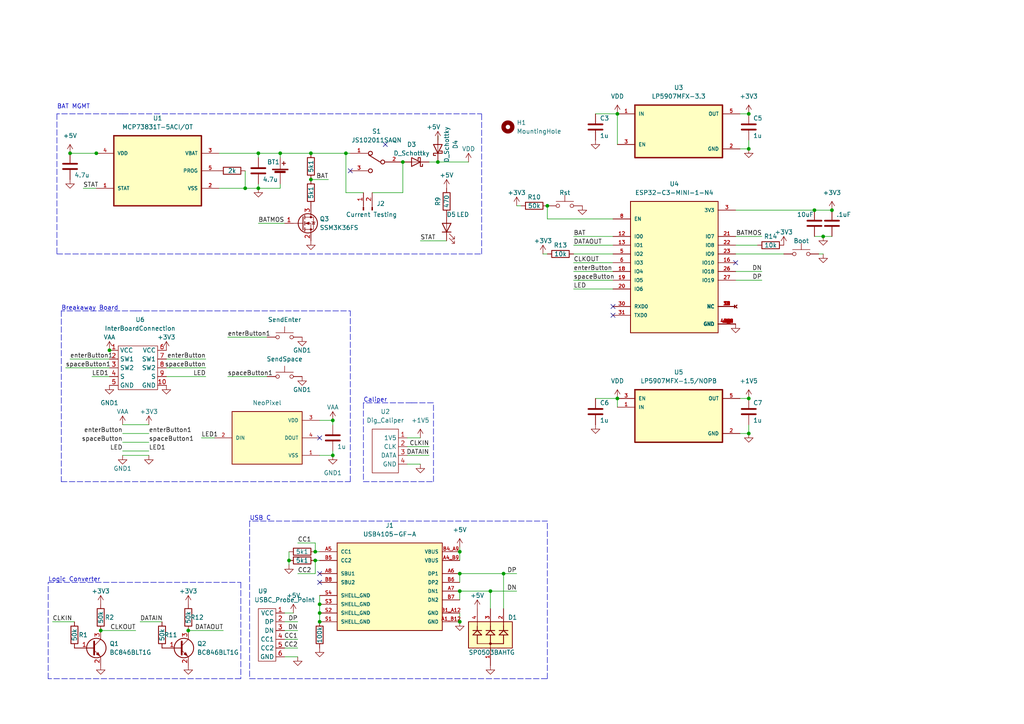
<source format=kicad_sch>
(kicad_sch (version 20211123) (generator eeschema)
  (paper "A4")
  (lib_symbols
    (symbol "1V5Reg:LP5907MFX-1.5{slash}NOPB" (pin_names (offset 1.016))
      (property "Reference" "U" (at -12.7 8.62 0))
      (property "Value" "LP5907MFX-1.5{slash}NOPB" (at -12.7 -11.62 0))
      (symbol "LP5907MFX-1.5{slash}NOPB_0_0"
        (pin input line (at -17.78 2.54 0) (length 5.08) (name "IN") (number "1"))
        (pin power_in line (at 17.78 -5.08 180) (length 5.08) (name "GND") (number "2"))
        (pin input line (at -17.78 5.08 0) (length 5.08) (name "EN") (number "3"))
        (pin output line (at 17.78 5.08 180) (length 5.08) (name "OUT") (number "5"))
      )
    )
    (symbol "3V3Reg:LP5907MFX-3.3" (pin_names (offset 1.016))
      (property "Reference" "U" (at -12.7 8.62 0))
      (property "Value" "LP5907MFX-3.3" (at -7.62 -10.16 0))
      (symbol "LP5907MFX-3.3_0_0"
        (pin input line (at -17.78 5.08 0) (length 5.08) (name "IN") (number "1"))
        (pin power_in line (at 17.78 -5.08 180) (length 5.08) (name "GND") (number "2"))
        (pin input line (at -17.78 -3.81 0) (length 5.08) (name "EN") (number "3"))
        (pin output line (at 17.78 5.08 180) (length 5.08) (name "OUT") (number "5"))
      )
    )
    (symbol "Connector:Conn_01x02_Male" (pin_names (offset 1.016) hide)
      (property "Reference" "J" (at 0 2.54 0))
      (property "Value" "Conn_01x02_Male" (at 0 -5.08 0))
      (symbol "Conn_01x02_Male_1_1"
        (pin passive line (at 5.08 0 180) (length 3.81) (name "Pin_1") (number "1"))
        (pin passive line (at 5.08 -2.54 180) (length 3.81) (name "Pin_2") (number "2"))
      )
    )
    (symbol "Device:Battery_Cell" (pin_numbers hide) (pin_names (offset 0) hide)
      (property "Reference" "BT" (at 2.54 2.54 0))
      (property "Value" "Battery_Cell" (at 2.54 0 0))
      (symbol "Battery_Cell_1_1"
        (pin passive line (at 0 5.08 270) (length 2.54) (name "+") (number "1"))
        (pin passive line (at 0 -2.54 90) (length 2.54) (name "-") (number "2"))
      )
    )
    (symbol "Device:C" (pin_numbers hide) (pin_names (offset 0.254))
      (property "Reference" "C" (at 0.635 2.54 0))
      (property "Value" "C" (at 0.635 -2.54 0))
      (symbol "C_1_1"
        (pin passive line (at 0 3.81 270) (length 2.794) (name "~") (number "1"))
        (pin passive line (at 0 -3.81 90) (length 2.794) (name "~") (number "2"))
      )
    )
    (symbol "Device:D_Schottky" (pin_numbers hide) (pin_names (offset 1.016) hide)
      (property "Reference" "D" (at 0 2.54 0))
      (property "Value" "D_Schottky" (at 0 -2.54 0))
      (symbol "D_Schottky_1_1"
        (pin passive line (at -3.81 0 0) (length 2.54) (name "K") (number "1"))
        (pin passive line (at 3.81 0 180) (length 2.54) (name "A") (number "2"))
      )
    )
    (symbol "Device:LED" (pin_numbers hide) (pin_names (offset 1.016) hide)
      (property "Reference" "D5" (at 3.81 0 90))
      (property "Value" "LED" (at 3.81 -2.8574 90))
      (symbol "LED_1_1"
        (pin passive line (at -3.81 0 0) (length 2.54) (name "K") (number "1"))
        (pin passive line (at 3.81 0 180) (length 2.54) (name "A") (number "2"))
      )
    )
    (symbol "Device:R" (pin_numbers hide) (pin_names (offset 0))
      (property "Reference" "R" (at 2.032 0 90))
      (property "Value" "R" (at 0 0 90))
      (symbol "R_1_1"
        (pin passive line (at 0 3.81 270) (length 1.27) (name "~") (number "1"))
        (pin passive line (at 0 -3.81 90) (length 1.27) (name "~") (number "2"))
      )
    )
    (symbol "ESD Prot:SP0503BAHTG" (pin_names (offset 1.016))
      (property "Reference" "D" (at -5.4057 5.6059 0))
      (property "Value" "SP0503BAHTG" (at -3.81 -11.43 0))
      (symbol "SP0503BAHTG_0_0"
        (pin passive line (at -6.35 -2.54 0) (length 5.08) (name "~") (number "1"))
        (pin passive line (at 10.16 -6.35 180) (length 5.08) (name "~") (number "2"))
        (pin passive line (at 10.16 -2.54 180) (length 5.08) (name "~") (number "3"))
        (pin passive line (at 10.16 1.27 180) (length 5.08) (name "~") (number "4"))
      )
    )
    (symbol "Mechanical:MountingHole" (pin_names (offset 1.016))
      (property "Reference" "H" (at 0 5.08 0))
      (property "Value" "MountingHole" (at 0 3.175 0))
    )
    (symbol "New_Library:Dig_Caliper"
      (property "Reference" "U2" (at 3.81 5.08 0))
      (property "Value" "Dig_Caliper" (at 3.81 2.54 0))
      (symbol "Dig_Caliper_1_1"
        (pin input line (at 10.16 -2.54 180) (length 2.54) (name "1V5") (number "1"))
        (pin output line (at 10.16 -5.08 180) (length 2.54) (name "CLK") (number "2"))
        (pin output line (at 10.16 -7.62 180) (length 2.54) (name "DATA") (number "3"))
        (pin input line (at 10.16 -10.16 180) (length 2.54) (name "GND") (number "4"))
      )
    )
    (symbol "New_Library:InterBoardConnection"
      (property "Reference" "U" (at 5.08 5.08 0))
      (property "Value" "InterBoardConnection" (at 5.08 2.54 0))
      (symbol "InterBoardConnection_1_1"
        (pin output line (at -2.54 -1.27 0) (length 2.54) (name "VCC") (number "1"))
        (pin output line (at 13.97 -11.43 180) (length 2.54) (name "GND") (number "10"))
        (pin output line (at -2.54 -3.81 0) (length 2.54) (name "SW1") (number "2"))
        (pin output line (at -2.54 -6.35 0) (length 2.54) (name "SW2") (number "3"))
        (pin output line (at -2.54 -8.89 0) (length 2.54) (name "S") (number "4"))
        (pin output line (at -2.54 -11.43 0) (length 2.54) (name "GND") (number "5"))
        (pin output line (at 13.97 -1.27 180) (length 2.54) (name "VCC") (number "6"))
        (pin output line (at 13.97 -3.81 180) (length 2.54) (name "SW1") (number "7"))
        (pin output line (at 13.97 -6.35 180) (length 2.54) (name "SW2") (number "8"))
        (pin output line (at 13.97 -8.89 180) (length 2.54) (name "S") (number "9"))
      )
    )
    (symbol "New_Library:USBC_Probe_Point"
      (property "Reference" "U" (at 0 0 0))
      (property "Value" "USBC_Probe_Point" (at 0 2.54 0))
      (symbol "USBC_Probe_Point_1_1"
        (pin input line (at 7.62 -1.27 180) (length 2.54) (name "VCC") (number "1"))
        (pin input line (at 7.62 -3.81 180) (length 2.54) (name "DP") (number "2"))
        (pin input line (at 7.62 -6.35 180) (length 2.54) (name "DN") (number "3"))
        (pin input line (at 7.62 -8.89 180) (length 2.54) (name "CC1") (number "4"))
        (pin input line (at 7.62 -11.43 180) (length 2.54) (name "CC2") (number "5"))
        (pin input line (at 7.62 -13.97 180) (length 2.54) (name "GND") (number "6"))
      )
    )
    (symbol "Switch:SW_Push" (pin_numbers hide) (pin_names (offset 1.016) hide)
      (property "Reference" "SW" (at 1.27 2.54 0))
      (property "Value" "SW_Push" (at 0 -1.524 0))
      (symbol "SW_Push_0_1"
        (pin passive line (at -5.08 0 0) (length 2.54) (name "1") (number "1"))
        (pin passive line (at 5.08 0 180) (length 2.54) (name "2") (number "2"))
      )
    )
    (symbol "Transistor_BJT:2SC4213" (pin_names (offset 0) hide)
      (property "Reference" "Q" (at 5.08 1.905 0))
      (property "Value" "2SC4213" (at 5.08 0 0))
      (symbol "2SC4213_1_1"
        (pin input line (at -5.08 0 0) (length 5.715) (name "B") (number "1"))
        (pin passive line (at 2.54 -5.08 90) (length 2.54) (name "E") (number "2"))
        (pin passive line (at 2.54 5.08 270) (length 2.54) (name "C") (number "3"))
      )
    )
    (symbol "Transistor_FET:2N7002" (pin_names hide)
      (property "Reference" "Q" (at 5.08 1.905 0))
      (property "Value" "2N7002" (at 5.08 0 0))
      (symbol "2N7002_1_1"
        (pin input line (at -5.08 0 0) (length 2.54) (name "G") (number "1"))
        (pin passive line (at 2.54 -5.08 90) (length 2.54) (name "S") (number "2"))
        (pin passive line (at 2.54 5.08 270) (length 2.54) (name "D") (number "3"))
      )
    )
    (symbol "USB C:USB4105-GF-A" (pin_names (offset 1.016))
      (property "Reference" "J" (at -15.24 13.97 0))
      (property "Value" "USB4105-GF-A" (at -15.24 -15.24 0))
      (symbol "USB4105-GF-A_0_0"
        (pin power_in line (at 20.32 -10.16 180) (length 5.08) (name "GND") (number "A1_B12"))
        (pin power_in line (at 20.32 7.62 180) (length 5.08) (name "VBUS") (number "A4_B9"))
        (pin bidirectional line (at -20.32 10.16 0) (length 5.08) (name "CC1") (number "A5"))
        (pin bidirectional line (at 20.32 3.81 180) (length 5.08) (name "DP1") (number "A6"))
        (pin bidirectional line (at 20.32 -1.27 180) (length 5.08) (name "DN1") (number "A7"))
        (pin bidirectional line (at -20.32 3.81 0) (length 5.08) (name "SBU1") (number "A8"))
        (pin power_in line (at 20.32 -7.62 180) (length 5.08) (name "GND") (number "B1_A12"))
        (pin power_in line (at 20.32 10.16 180) (length 5.08) (name "VBUS") (number "B4_A9"))
        (pin bidirectional line (at -20.32 7.62 0) (length 5.08) (name "CC2") (number "B5"))
        (pin bidirectional line (at 20.32 1.27 180) (length 5.08) (name "DP2") (number "B6"))
        (pin bidirectional line (at 20.32 -3.81 180) (length 5.08) (name "DN2") (number "B7"))
        (pin bidirectional line (at -20.32 1.27 0) (length 5.08) (name "SBU2") (number "B8"))
        (pin power_in line (at -20.32 -10.16 0) (length 5.08) (name "SHELL_GND") (number "S1"))
        (pin power_in line (at -20.32 -7.62 0) (length 5.08) (name "SHELL_GND") (number "S2"))
        (pin power_in line (at -20.32 -5.08 0) (length 5.08) (name "SHELL_GND") (number "S3"))
        (pin power_in line (at -20.32 -2.54 0) (length 5.08) (name "SHELL_GND") (number "S4"))
      )
    )
    (symbol "esp32:ESP32-C3-MINI-1-N4" (pin_names (offset 1.016))
      (property "Reference" "U" (at -12.7 18.796 0))
      (property "Value" "ESP32-C3-MINI-1-N4" (at -12.7 -22.86 0))
      (symbol "ESP32-C3-MINI-1-N4_0_0"
        (pin power_in line (at 17.78 -17.78 180) (length 5.08) (name "GND") (number "1"))
        (pin no_connect line (at 17.78 -12.7 180) (length 5.08) (name "NC") (number "10"))
        (pin power_in line (at 17.78 -17.78 180) (length 5.08) (name "GND") (number "11"))
        (pin bidirectional line (at -17.78 7.62 0) (length 5.08) (name "IO0") (number "12"))
        (pin bidirectional line (at -17.78 5.08 0) (length 5.08) (name "IO1") (number "13"))
        (pin power_in line (at 17.78 -17.78 180) (length 5.08) (name "GND") (number "14"))
        (pin no_connect line (at 17.78 -12.7 180) (length 5.08) (name "NC") (number "15"))
        (pin bidirectional line (at 17.78 0 180) (length 5.08) (name "IO10") (number "16"))
        (pin no_connect line (at 17.78 -12.7 180) (length 5.08) (name "NC") (number "17"))
        (pin bidirectional line (at -17.78 -2.54 0) (length 5.08) (name "IO4") (number "18"))
        (pin bidirectional line (at -17.78 -5.08 0) (length 5.08) (name "IO5") (number "19"))
        (pin power_in line (at 17.78 -17.78 180) (length 5.08) (name "GND") (number "2"))
        (pin bidirectional line (at -17.78 -7.62 0) (length 5.08) (name "IO6") (number "20"))
        (pin bidirectional line (at 17.78 7.62 180) (length 5.08) (name "IO7") (number "21"))
        (pin bidirectional line (at 17.78 5.08 180) (length 5.08) (name "IO8") (number "22"))
        (pin bidirectional line (at 17.78 2.54 180) (length 5.08) (name "IO9") (number "23"))
        (pin no_connect line (at 17.78 -12.7 180) (length 5.08) (name "NC") (number "24"))
        (pin no_connect line (at 17.78 -12.7 180) (length 5.08) (name "NC") (number "25"))
        (pin bidirectional line (at 17.78 -2.54 180) (length 5.08) (name "IO18") (number "26"))
        (pin bidirectional line (at 17.78 -5.08 180) (length 5.08) (name "IO19") (number "27"))
        (pin no_connect line (at 17.78 -12.7 180) (length 5.08) (name "NC") (number "28"))
        (pin no_connect line (at 17.78 -12.7 180) (length 5.08) (name "NC") (number "29"))
        (pin power_in line (at 17.78 15.24 180) (length 5.08) (name "3V3") (number "3"))
        (pin bidirectional line (at -17.78 -12.7 0) (length 5.08) (name "RXD0") (number "30"))
        (pin bidirectional line (at -17.78 -15.24 0) (length 5.08) (name "TXD0") (number "31"))
        (pin no_connect line (at 17.78 -12.7 180) (length 5.08) (name "NC") (number "32"))
        (pin no_connect line (at 17.78 -12.7 180) (length 5.08) (name "NC") (number "33"))
        (pin no_connect line (at 17.78 -12.7 180) (length 5.08) (name "NC") (number "34"))
        (pin no_connect line (at 17.78 -12.7 180) (length 5.08) (name "NC") (number "35"))
        (pin power_in line (at 17.78 -17.78 180) (length 5.08) (name "GND") (number "36"))
        (pin power_in line (at 17.78 -17.78 180) (length 5.08) (name "GND") (number "37"))
        (pin power_in line (at 17.78 -17.78 180) (length 5.08) (name "GND") (number "38"))
        (pin power_in line (at 17.78 -17.78 180) (length 5.08) (name "GND") (number "39"))
        (pin no_connect line (at 17.78 -12.7 180) (length 5.08) (name "NC") (number "4"))
        (pin power_in line (at 17.78 -17.78 180) (length 5.08) (name "GND") (number "40"))
        (pin power_in line (at 17.78 -17.78 180) (length 5.08) (name "GND") (number "41"))
        (pin power_in line (at 17.78 -17.78 180) (length 5.08) (name "GND") (number "42"))
        (pin power_in line (at 17.78 -17.78 180) (length 5.08) (name "GND") (number "43"))
        (pin power_in line (at 17.78 -17.78 180) (length 5.08) (name "GND") (number "44"))
        (pin power_in line (at 17.78 -17.78 180) (length 5.08) (name "GND") (number "45"))
        (pin power_in line (at 17.78 -17.78 180) (length 5.08) (name "GND") (number "46"))
        (pin power_in line (at 17.78 -17.78 180) (length 5.08) (name "GND") (number "47"))
        (pin power_in line (at 17.78 -17.78 180) (length 5.08) (name "GND") (number "48"))
        (pin power_in line (at 17.78 -17.78 180) (length 5.08) (name "GND") (number "49_1"))
        (pin power_in line (at 17.78 -17.78 180) (length 5.08) (name "GND") (number "49_2"))
        (pin power_in line (at 17.78 -17.78 180) (length 5.08) (name "GND") (number "49_3"))
        (pin power_in line (at 17.78 -17.78 180) (length 5.08) (name "GND") (number "49_4"))
        (pin power_in line (at 17.78 -17.78 180) (length 5.08) (name "GND") (number "49_5"))
        (pin power_in line (at 17.78 -17.78 180) (length 5.08) (name "GND") (number "49_6"))
        (pin power_in line (at 17.78 -17.78 180) (length 5.08) (name "GND") (number "49_7"))
        (pin power_in line (at 17.78 -17.78 180) (length 5.08) (name "GND") (number "49_8"))
        (pin power_in line (at 17.78 -17.78 180) (length 5.08) (name "GND") (number "49_9"))
        (pin bidirectional line (at -17.78 2.54 0) (length 5.08) (name "IO2") (number "5"))
        (pin power_in line (at 17.78 -17.78 180) (length 5.08) (name "GND") (number "50"))
        (pin power_in line (at 17.78 -17.78 180) (length 5.08) (name "GND") (number "51"))
        (pin power_in line (at 17.78 -17.78 180) (length 5.08) (name "GND") (number "52"))
        (pin power_in line (at 17.78 -17.78 180) (length 5.08) (name "GND") (number "53"))
        (pin bidirectional line (at -17.78 0 0) (length 5.08) (name "IO3") (number "6"))
        (pin no_connect line (at 17.78 -12.7 180) (length 5.08) (name "NC") (number "7"))
        (pin input line (at -17.78 12.7 0) (length 5.08) (name "EN") (number "8"))
        (pin no_connect line (at 17.78 -12.7 180) (length 5.08) (name "NC") (number "9"))
      )
    )
    (symbol "mcp738:MCP73831T-5ACI{slash}OT" (pin_names (offset 1.016))
      (property "Reference" "U" (at -4.1224 10.077 0))
      (property "Value" "MCP73831T-5ACI{slash}OT" (at -8.89 -15.24 0))
      (symbol "MCP73831T-5ACI{slash}OT_0_0"
        (pin output line (at -17.78 -7.62 0) (length 5.08) (name "STAT") (number "1"))
        (pin power_in line (at 17.78 -7.62 180) (length 5.08) (name "VSS") (number "2"))
        (pin output line (at 17.78 2.54 180) (length 5.08) (name "VBAT") (number "3"))
        (pin power_in line (at -17.78 2.54 0) (length 5.08) (name "VDD") (number "4"))
        (pin input line (at 17.78 -2.54 180) (length 5.08) (name "PROG") (number "5"))
      )
    )
    (symbol "neopixel:NeoPixel" (pin_names (offset 1.016))
      (property "Value" "NeoPixel" (at -5.08 10.16 0))
      (symbol "NeoPixel_0_0"
        (pin power_in line (at 15.24 -5.08 180) (length 5.08) (name "VSS") (number "1"))
        (pin input line (at -15.24 0 0) (length 5.08) (name "DIN") (number "2"))
        (pin power_in line (at 15.24 5.08 180) (length 5.08) (name "VDD") (number "3"))
        (pin output line (at 15.24 0 180) (length 5.08) (name "DOUT") (number "4"))
      )
    )
    (symbol "power:+1V5" (power) (pin_names (offset 0))
      (property "Value" "+1V5" (at 0 3.556 0))
      (symbol "+1V5_1_1"
        (pin power_in line (at 0 0 90) (length 0) hide (name "+1V5") (number "1"))
      )
    )
    (symbol "power:+3V3" (power) (pin_names (offset 0))
      (property "Value" "+3V3" (at 0 3.556 0))
      (symbol "+3V3_1_1"
        (pin power_in line (at 0 0 90) (length 0) hide (name "+3V3") (number "1"))
      )
    )
    (symbol "power:+5V" (power) (pin_names (offset 0))
      (property "Value" "+5V" (at 0 3.556 0))
      (symbol "+5V_1_1"
        (pin power_in line (at 0 0 90) (length 0) hide (name "+5V") (number "1"))
      )
    )
    (symbol "power:GND" (power) (pin_names (offset 0))
      (property "Value" "GND" (at 0 -3.81 0))
      (symbol "GND_1_1"
        (pin power_in line (at 0 0 270) (length 0) hide (name "GND") (number "1"))
      )
    )
    (symbol "power:GND1" (power) (pin_names (offset 0))
      (property "Value" "GND1" (at 0 -3.81 0))
      (symbol "GND1_1_1"
        (pin power_in line (at 0 0 270) (length 0) hide (name "GND1") (number "1"))
      )
    )
    (symbol "power:VAA" (power) (pin_names (offset 0))
      (property "Value" "VAA" (at 0 3.81 0))
      (symbol "VAA_1_1"
        (pin power_in line (at 0 0 90) (length 0) hide (name "VAA") (number "1"))
      )
    )
    (symbol "power:VDD" (power) (pin_names (offset 0))
      (property "Value" "VDD" (at 0 3.81 0))
      (symbol "VDD_1_1"
        (pin power_in line (at 0 0 90) (length 0) hide (name "VDD") (number "1"))
      )
    )
    (symbol "slide switch v3:JS102011SAQN" (pin_names (offset 1.016))
      (property "Reference" "S" (at -7.6229 5.0819 0))
      (property "Value" "JS102011SAQN" (at -7.6286 -5.0857 0))
      (symbol "JS102011SAQN_0_0"
        (pin passive line (at -7.62 2.54 0) (length 5.08) (name "~") (number "1"))
        (pin passive line (at 7.62 0 180) (length 5.08) (name "~") (number "2"))
        (pin passive line (at -7.62 -2.54 0) (length 5.08) (name "~") (number "3"))
      )
    )
  )
  (junction (at 83.82 162.56))
  (junction (at 92.71 175.26))
  (junction (at 92.71 177.8))
  (junction (at 90.17 52.07))
  (junction (at 217.17 33.02))
  (junction (at 20.32 44.45))
  (junction (at 90.17 44.45))
  (junction (at 146.05 166.37))
  (junction (at 142.24 171.45))
  (junction (at 133.35 166.37))
  (junction (at 100.33 44.45))
  (junction (at 236.22 60.96))
  (junction (at 74.93 54.61))
  (junction (at 158.75 59.69))
  (junction (at 54.61 182.88))
  (junction (at 116.84 46.99))
  (junction (at 127 46.99))
  (junction (at 74.93 44.45))
  (junction (at 92.71 180.34))
  (junction (at 133.35 180.34))
  (junction (at 81.28 44.45))
  (junction (at 96.52 121.92))
  (junction (at 96.52 132.08))
  (junction (at 217.17 115.57))
  (junction (at 238.76 68.58))
  (junction (at 29.21 182.88))
  (junction (at 179.07 33.02))
  (junction (at 71.12 54.61))
  (junction (at 31.75 101.6))
  (junction (at 91.44 162.56))
  (junction (at 91.44 160.02))
  (junction (at 241.3 60.96))
  (junction (at 133.35 171.45))
  (junction (at 179.07 115.57))
  (junction (at 27.94 44.45))
  (junction (at 217.17 125.73))
  (junction (at 133.35 160.02))
  (junction (at 217.17 43.18))
  (no_connect (at 92.71 127))
  (no_connect (at 111.76 41.91))
  (no_connect (at 101.6 49.53))
  (no_connect (at 92.71 166.37))
  (no_connect (at 177.8 88.9))
  (no_connect (at 177.8 91.44))
  (no_connect (at 213.36 76.2))
  (no_connect (at 92.71 168.91))
  (wire (pts (xy 166.37 81.28) (xy 177.8 81.28)))
  (polyline (pts (xy 125.73 139.7) (xy 125.73 116.84)))
  (wire (pts (xy 92.71 172.72) (xy 92.71 175.26)))
  (polyline (pts (xy 13.97 196.85) (xy 13.97 168.91)))
  (wire (pts (xy 96.52 121.92) (xy 96.52 123.19)))
  (wire (pts (xy 86.36 157.48) (xy 91.44 157.48)))
  (wire (pts (xy 179.07 33.02) (xy 179.07 41.91)))
  (wire (pts (xy 149.86 59.69) (xy 151.13 59.69)))
  (wire (pts (xy 74.93 54.61) (xy 74.93 53.34)))
  (wire (pts (xy 92.71 175.26) (xy 92.71 177.8)))
  (wire (pts (xy 158.75 73.66) (xy 157.48 73.66)))
  (wire (pts (xy 166.37 76.2) (xy 177.8 76.2)))
  (wire (pts (xy 146.05 166.37) (xy 149.86 166.37)))
  (wire (pts (xy 40.64 180.34) (xy 46.99 180.34)))
  (wire (pts (xy 96.52 130.81) (xy 96.52 132.08)))
  (wire (pts (xy 74.93 44.45) (xy 81.28 44.45)))
  (wire (pts (xy 158.75 63.5) (xy 177.8 63.5)))
  (wire (pts (xy 142.24 171.45) (xy 149.86 171.45)))
  (wire (pts (xy 121.92 134.62) (xy 118.11 134.62)))
  (wire (pts (xy 74.93 44.45) (xy 74.93 45.72)))
  (wire (pts (xy 91.44 157.48) (xy 91.44 160.02)))
  (wire (pts (xy 82.55 190.5) (xy 86.36 190.5)))
  (wire (pts (xy 90.17 44.45) (xy 100.33 44.45)))
  (wire (pts (xy 118.11 132.08) (xy 124.46 132.08)))
  (wire (pts (xy 213.36 81.28) (xy 220.98 81.28)))
  (polyline (pts (xy 39.37 90.17) (xy 17.78 90.17)))
  (wire (pts (xy 129.54 69.85) (xy 121.92 69.85)))
  (wire (pts (xy 24.13 54.61) (xy 27.94 54.61)))
  (wire (pts (xy 90.17 52.07) (xy 95.25 52.07)))
  (polyline (pts (xy 69.85 168.91) (xy 69.85 196.85)))
  (wire (pts (xy 91.44 166.37) (xy 91.44 162.56)))
  (wire (pts (xy 166.37 71.12) (xy 177.8 71.12)))
  (wire (pts (xy 133.35 177.8) (xy 133.35 180.34)))
  (wire (pts (xy 142.24 171.45) (xy 142.24 176.53)))
  (polyline (pts (xy 72.39 151.13) (xy 72.39 196.85)))
  (wire (pts (xy 33.02 101.6) (xy 31.75 101.6)))
  (polyline (pts (xy 86.36 151.13) (xy 72.39 151.13)))
  (wire (pts (xy 133.35 166.37) (xy 133.35 168.91)))
  (wire (pts (xy 27.94 44.45) (xy 29.21 44.45)))
  (wire (pts (xy 118.11 127) (xy 121.92 127)))
  (wire (pts (xy 29.21 182.88) (xy 39.37 182.88)))
  (wire (pts (xy 86.36 166.37) (xy 91.44 166.37)))
  (wire (pts (xy 35.56 128.27) (xy 43.18 128.27)))
  (wire (pts (xy 214.63 33.02) (xy 217.17 33.02)))
  (wire (pts (xy 15.24 180.34) (xy 21.59 180.34)))
  (polyline (pts (xy 101.6 139.7) (xy 101.6 90.17)))
  (wire (pts (xy 133.35 166.37) (xy 146.05 166.37)))
  (wire (pts (xy 54.61 182.88) (xy 64.77 182.88)))
  (wire (pts (xy 217.17 125.73) (xy 217.17 123.19)))
  (polyline (pts (xy 69.85 196.85) (xy 13.97 196.85)))
  (wire (pts (xy 214.63 115.57) (xy 217.17 115.57)))
  (wire (pts (xy 166.37 68.58) (xy 177.8 68.58)))
  (wire (pts (xy 92.71 177.8) (xy 92.71 180.34)))
  (wire (pts (xy 82.55 187.96) (xy 86.36 187.96)))
  (wire (pts (xy 133.35 171.45) (xy 142.24 171.45)))
  (wire (pts (xy 217.17 43.18) (xy 217.17 40.64)))
  (wire (pts (xy 91.44 162.56) (xy 92.71 162.56)))
  (polyline (pts (xy 86.36 151.13) (xy 158.75 151.13)))
  (wire (pts (xy 81.28 54.61) (xy 81.28 53.34)))
  (wire (pts (xy 105.41 55.88) (xy 100.33 55.88)))
  (wire (pts (xy 82.55 185.42) (xy 86.36 185.42)))
  (wire (pts (xy 172.72 33.02) (xy 179.07 33.02)))
  (wire (pts (xy 100.33 44.45) (xy 100.33 55.88)))
  (wire (pts (xy 116.84 46.99) (xy 116.84 55.88)))
  (wire (pts (xy 82.55 180.34) (xy 86.36 180.34)))
  (wire (pts (xy 172.72 115.57) (xy 179.07 115.57)))
  (wire (pts (xy 133.35 171.45) (xy 133.35 173.99)))
  (wire (pts (xy 133.35 160.02) (xy 133.35 162.56)))
  (wire (pts (xy 133.35 158.75) (xy 133.35 160.02)))
  (polyline (pts (xy 72.39 196.85) (xy 158.75 196.85)))
  (wire (pts (xy 48.26 104.14) (xy 59.69 104.14)))
  (polyline (pts (xy 119.38 116.84) (xy 125.73 116.84)))
  (polyline (pts (xy 35.56 33.02) (xy 16.51 33.02)))
  (wire (pts (xy 63.5 44.45) (xy 74.93 44.45)))
  (wire (pts (xy 63.5 54.61) (xy 71.12 54.61)))
  (wire (pts (xy 66.04 97.79) (xy 77.47 97.79)))
  (wire (pts (xy 48.26 109.22) (xy 59.69 109.22)))
  (wire (pts (xy 74.93 54.61) (xy 81.28 54.61)))
  (wire (pts (xy 219.71 71.12) (xy 213.36 71.12)))
  (wire (pts (xy 58.42 127) (xy 62.23 127)))
  (wire (pts (xy 213.36 73.66) (xy 227.33 73.66)))
  (wire (pts (xy 81.28 44.45) (xy 90.17 44.45)))
  (wire (pts (xy 74.93 64.77) (xy 82.55 64.77)))
  (wire (pts (xy 214.63 43.18) (xy 217.17 43.18)))
  (wire (pts (xy 82.55 177.8) (xy 85.09 177.8)))
  (polyline (pts (xy 158.75 196.85) (xy 158.75 151.13)))
  (wire (pts (xy 213.36 78.74) (xy 220.98 78.74)))
  (wire (pts (xy 214.63 125.73) (xy 217.17 125.73)))
  (wire (pts (xy 107.95 55.88) (xy 116.84 55.88)))
  (wire (pts (xy 146.05 166.37) (xy 146.05 176.53)))
  (wire (pts (xy 179.07 115.57) (xy 179.07 118.11)))
  (wire (pts (xy 96.52 132.08) (xy 92.71 132.08)))
  (wire (pts (xy 127 40.64) (xy 127 39.37)))
  (wire (pts (xy 81.28 44.45) (xy 81.28 45.72)))
  (polyline (pts (xy 16.51 73.66) (xy 139.7 73.66)))
  (wire (pts (xy 213.36 60.96) (xy 236.22 60.96)))
  (wire (pts (xy 20.32 44.45) (xy 27.94 44.45)))
  (polyline (pts (xy 17.78 90.17) (xy 17.78 139.7)))
  (wire (pts (xy 238.76 68.58) (xy 241.3 68.58)))
  (wire (pts (xy 71.12 49.53) (xy 71.12 54.61)))
  (wire (pts (xy 71.12 54.61) (xy 74.93 54.61)))
  (wire (pts (xy 83.82 160.02) (xy 83.82 162.56)))
  (wire (pts (xy 35.56 125.73) (xy 43.18 125.73)))
  (polyline (pts (xy 105.41 139.7) (xy 125.73 139.7)))
  (wire (pts (xy 166.37 83.82) (xy 177.8 83.82)))
  (polyline (pts (xy 105.41 116.84) (xy 105.41 139.7)))
  (wire (pts (xy 158.75 59.69) (xy 158.75 63.5)))
  (polyline (pts (xy 16.51 33.02) (xy 16.51 73.66)))
  (wire (pts (xy 20.32 104.14) (xy 31.75 104.14)))
  (wire (pts (xy 66.04 109.22) (xy 77.47 109.22)))
  (wire (pts (xy 19.05 106.68) (xy 31.75 106.68)))
  (polyline (pts (xy 39.37 90.17) (xy 101.6 90.17)))
  (polyline (pts (xy 119.38 116.84) (xy 105.41 116.84)))
  (wire (pts (xy 100.33 44.45) (xy 101.6 44.45)))
  (wire (pts (xy 35.56 130.81) (xy 43.18 130.81)))
  (wire (pts (xy 91.44 160.02) (xy 92.71 160.02)))
  (wire (pts (xy 236.22 68.58) (xy 238.76 68.58)))
  (wire (pts (xy 26.67 109.22) (xy 31.75 109.22)))
  (wire (pts (xy 48.26 106.68) (xy 59.69 106.68)))
  (wire (pts (xy 124.46 46.99) (xy 127 46.99)))
  (wire (pts (xy 82.55 182.88) (xy 86.36 182.88)))
  (wire (pts (xy 83.82 163.83) (xy 83.82 162.56)))
  (wire (pts (xy 35.56 123.19) (xy 43.18 123.19)))
  (polyline (pts (xy 17.78 139.7) (xy 101.6 139.7)))
  (polyline (pts (xy 13.97 168.91) (xy 69.85 168.91)))
  (wire (pts (xy 166.37 78.74) (xy 177.8 78.74)))
  (wire (pts (xy 96.52 121.92) (xy 92.71 121.92)))
  (wire (pts (xy 213.36 68.58) (xy 220.98 68.58)))
  (wire (pts (xy 236.22 60.96) (xy 241.3 60.96)))
  (wire (pts (xy 118.11 129.54) (xy 124.46 129.54)))
  (wire (pts (xy 166.37 73.66) (xy 177.8 73.66)))
  (wire (pts (xy 127 46.99) (xy 135.89 46.99)))
  (wire (pts (xy 238.76 73.66) (xy 237.49 73.66)))
  (wire (pts (xy 35.56 132.08) (xy 43.18 132.08)))
  (polyline (pts (xy 35.56 33.02) (xy 139.7 33.02)))
  (polyline (pts (xy 139.7 73.66) (xy 139.7 33.02)))
  (text "Breakaway Board" (at 17.78 90.17 0) (effects (font (size 1.27 1.27)) (justify left bottom)))
  (text "USB C" (at 72.39 151.13 0) (effects (font (size 1.27 1.27)) (justify left bottom)))
  (text "Logic Converter" (at 13.97 168.91 0) (effects (font (size 1.27 1.27)) (justify left bottom)))
  (text "Caliper" (at 105.41 116.84 0) (effects (font (size 1.27 1.27)) (justify left bottom)))
  (text "BAT MGMT" (at 16.51 31.75 0) (effects (font (size 1.27 1.27)) (justify left bottom)))
  (label "DATAOUT" (at 166.37 71.12 0))
  (label "CLKIN" (at 15.24 180.34 0))
  (label "enterButton1" (at 43.18 125.73 0))
  (label "LED1" (at 43.18 130.81 0))
  (label "DP" (at 149.86 166.37 180))
  (label "enterButton" (at 35.56 125.73 180))
  (label "LED1" (at 26.67 109.22 0))
  (label "spaceButton1" (at 66.04 109.22 0))
  (label "BATMOS" (at 74.93 64.77 0))
  (label "CC2" (at 86.36 187.96 180))
  (label "spaceButton1" (at 43.18 128.27 0))
  (label "LED" (at 166.37 83.82 0))
  (label "DN" (at 86.36 182.88 180))
  (label "enterButton1" (at 66.04 97.79 0))
  (label "DATAIN" (at 124.46 132.08 180))
  (label "STAT" (at 24.13 54.61 0))
  (label "LED" (at 35.56 130.81 180))
  (label "BAT" (at 166.37 68.58 0))
  (label "CLKIN" (at 124.46 129.54 180))
  (label "spaceButton" (at 166.37 81.28 0))
  (label "DP" (at 220.98 81.28 180))
  (label "CC2" (at 86.36 166.37 0))
  (label "enterButton" (at 59.69 104.14 180))
  (label "BAT" (at 95.25 52.07 180))
  (label "DN" (at 220.98 78.74 180))
  (label "DN" (at 149.86 171.45 180))
  (label "DATAOUT" (at 64.77 182.88 180))
  (label "spaceButton" (at 35.56 128.27 180))
  (label "CLKOUT" (at 166.37 76.2 0))
  (label "STAT" (at 121.92 69.85 0))
  (label "BATMOS" (at 220.98 68.58 180))
  (label "spaceButton" (at 59.69 106.68 180))
  (label "DP" (at 86.36 180.34 180))
  (label "LED" (at 59.69 109.22 180))
  (label "CLKOUT" (at 39.37 182.88 180))
  (label "CC1" (at 86.36 157.48 0))
  (label "LED1" (at 58.42 127 0))
  (label "enterButton1" (at 20.32 104.14 0))
  (label "spaceButton1" (at 19.05 106.68 0))
  (label "enterButton" (at 166.37 78.74 0))
  (label "CC1" (at 86.36 185.42 180))
  (label "DATAIN" (at 40.64 180.34 0))
  (symbol (lib_id "Device:C") (at 172.72 36.83 0) (unit 1)
    (property "Reference" "C3" (at 173.99 34.29 0) (effects (justify left)))
    (property "Value" "1u" (at 173.99 39.37 0) (effects (justify left)))
    (property "Footprint" "Capacitor_SMD:C_0402_1005Metric" (effects hide))
    (property "MANUFACTURER" " GCM155C71A105KE38D" (effects hide))
  )
  (symbol (lib_id "Device:R") (at 162.56 73.66 270) (unit 1)
    (property "Reference" "R13" (at 162.56 71.12 90))
    (property "Value" "10k" (at 162.56 73.66 90))
    (property "Footprint" "Resistor_SMD:R_0402_1005Metric" (effects hide))
    (property "MANUFACTURER" "ERJ-2RKF1002X" (effects hide))
  )
  (symbol (lib_id "Device:R") (at 54.61 179.07 180) (unit 1)
    (property "Reference" "R12" (at 57.15 179.07 0))
    (property "Value" "50k" (at 54.61 179.07 90))
    (property "Footprint" "Resistor_SMD:R_0402_1005Metric" (effects hide))
    (property "MANUFACTURER" "ERJ-2RKF4992X" (effects hide))
  )
  (symbol (lib_id "Device:C") (at 217.17 36.83 0) (unit 1)
    (property "Reference" "C5" (at 218.44 34.29 0) (effects (justify left)))
    (property "Value" "1u" (at 218.44 39.37 0) (effects (justify left)))
    (property "Footprint" "Capacitor_SMD:C_0402_1005Metric" (effects hide))
    (property "MANUFACTURER" " GCM155C71A105KE38D" (effects hide))
  )
  (symbol (lib_id "power:GND") (at 213.36 93.98 0) (unit 1)
    (property "Reference" "#PWR0101" (effects hide))
    (property "Value" "GND" (effects hide))
  )
  (symbol (lib_id "power:GND") (at 168.91 59.69 0) (mirror y) (unit 1)
    (property "Reference" "#PWR0105" (effects hide))
    (property "Value" "GND" (effects hide))
  )
  (symbol (lib_id "power:GND") (at 172.72 40.64 0) (unit 1)
    (property "Reference" "#PWR0111" (effects hide))
    (property "Value" "GND" (effects hide))
  )
  (symbol (lib_id "power:GND1") (at 35.56 132.08 0) (unit 1)
    (property "Reference" "#PWR0136" (effects hide))
    (property "Value" "GND1" (at 35.56 135.89 0))
  )
  (symbol (lib_id "Device:C") (at 241.3 64.77 0) (unit 1)
    (property "Reference" "C10" (effects hide))
    (property "Value" ".1uF" (at 242.57 62.23 0) (effects (justify left)))
    (property "Footprint" "Capacitor_SMD:C_0402_1005Metric" (effects hide))
    (property "MANUFACTURER" "GRM152R61A104KE19D" (effects hide))
  )
  (symbol (lib_id "power:GND") (at 121.92 134.62 0) (unit 1)
    (property "Reference" "#PWR0102" (effects hide))
    (property "Value" "GND" (effects hide))
  )
  (symbol (lib_id "power:GND") (at 92.71 187.96 0) (unit 1)
    (property "Reference" "#PWR0120" (effects hide))
    (property "Value" "GND" (effects hide))
  )
  (symbol (lib_id "Device:C") (at 217.17 119.38 0) (unit 1)
    (property "Reference" "C7" (at 218.44 116.84 0) (effects (justify left)))
    (property "Value" "1u" (at 218.44 121.92 0) (effects (justify left)))
    (property "Footprint" "Capacitor_SMD:C_0402_1005Metric" (effects hide))
    (property "MANUFACTURER" " GCM155C71A105KE38D" (effects hide))
  )
  (symbol (lib_id "power:+3V3") (at 29.21 175.26 0) (unit 1)
    (property "Reference" "#PWR0124" (effects hide))
    (property "Value" "+3V3" (at 29.21 171.45 0))
  )
  (symbol (lib_id "Device:R") (at 90.17 48.26 180) (unit 1)
    (property "Reference" "R3" (effects hide))
    (property "Value" "5k1" (at 90.17 48.26 90))
    (property "Footprint" "Resistor_SMD:R_0402_1005Metric" (effects hide))
    (property "MANUFACTURER" "ERJ-2RKF5101X" (effects hide))
  )
  (symbol (lib_id "power:GND1") (at 96.52 132.08 0) (unit 1)
    (property "Reference" "#PWR0145" (effects hide))
    (property "Value" "GND1" (at 96.52 137.16 0))
  )
  (symbol (lib_id "power:GND") (at 48.26 111.76 0) (unit 1)
    (property "Reference" "#PWR0142" (effects hide))
    (property "Value" "GND" (effects hide))
  )
  (symbol (lib_id "power:+1V5") (at 121.92 127 0) (unit 1)
    (property "Reference" "#PWR01" (effects hide))
    (property "Value" "+1V5" (at 121.92 121.92 0))
  )
  (symbol (lib_id "power:+5V") (at 138.43 176.53 0) (unit 1)
    (property "Reference" "#PWR0123" (effects hide))
    (property "Value" "+5V" (at 138.43 172.72 0))
  )
  (symbol (lib_id "Device:C") (at 172.72 119.38 0) (unit 1)
    (property "Reference" "C6" (at 173.99 116.84 0) (effects (justify left)))
    (property "Value" "1u" (at 173.99 121.92 0) (effects (justify left)))
    (property "Footprint" "Capacitor_SMD:C_0402_1005Metric" (effects hide))
    (property "MANUFACTURER" " GCM155C71A105KE38D" (effects hide))
  )
  (symbol (lib_id "Transistor_BJT:2SC4213") (at 26.67 187.96 0) (unit 1)
    (property "Reference" "Q1" (at 31.75 186.6899 0) (effects (justify left)))
    (property "Value" "BC846BLT1G" (at 31.75 189.2299 0) (effects (justify left)))
    (property "Footprint" "Package_TO_SOT_SMD:SOT-23" (effects hide))
    (property "Datasheet" "https://toshiba.semicon-storage.com/info/docget.jsp?did=19305&prodName=2SC4213" (effects hide))
    (property "MANUFACTURER" "BC846BLT1G" (effects hide))
  )
  (symbol (lib_id "power:VAA") (at 96.52 121.92 0) (unit 1)
    (property "Reference" "#PWR0140" (effects hide))
    (property "Value" "VAA" (at 96.52 118.11 0))
  )
  (symbol (lib_id "esp32:ESP32-C3-MINI-1-N4") (at 195.58 76.2 0) (unit 1)
    (property "Reference" "U4" (at 195.58 53.34 0))
    (property "Value" "ESP32-C3-MINI-1-N4" (at 195.58 55.88 0))
    (property "Footprint" "esp32:XCVR_ESP32-C3-MINI-1-N4" (effects hide))
    (property "MANUFACTURER" "ESP32-C3-MINI-1-N4 " (effects hide))
    (property "MAXIMUM_PACKAGE_HEIGHT" "2.55mm" (effects hide))
    (property "PARTREV" "v1.0" (effects hide))
    (property "STANDARD" "Manufacturer Recommendations" (effects hide))
  )
  (symbol (lib_id "power:+5V") (at 133.35 158.75 0) (unit 1)
    (property "Reference" "#PWR0121" (effects hide))
    (property "Value" "+5V" (at 133.35 153.67 0))
  )
  (symbol (lib_id "power:+3V3") (at 157.48 73.66 0) (mirror y) (unit 1)
    (property "Reference" "#PWR0127" (effects hide))
    (property "Value" "+3V3" (at 157.48 69.85 0))
  )
  (symbol (lib_id "power:GND1") (at 31.75 111.76 0) (unit 1)
    (property "Reference" "#PWR0141" (effects hide))
    (property "Value" "GND1" (at 31.75 116.84 0))
  )
  (symbol (lib_id "Device:R") (at 46.99 184.15 180) (unit 1)
    (property "Reference" "R11" (at 49.53 184.15 0))
    (property "Value" "50k" (at 46.99 184.15 90))
    (property "Footprint" "Resistor_SMD:R_0402_1005Metric" (effects hide))
    (property "MANUFACTURER" "ERJ-2RKF4992X" (effects hide))
  )
  (symbol (lib_id "Device:R") (at 87.63 162.56 90) (unit 1)
    (property "Reference" "R5" (effects hide))
    (property "Value" "5k1" (at 87.63 162.56 90))
    (property "Footprint" "Resistor_SMD:R_0402_1005Metric" (effects hide))
    (property "MANUFACTURER" "ERJ-2RKF5101X" (effects hide))
  )
  (symbol (lib_id "New_Library:USBC_Probe_Point") (at 74.93 176.53 0) (unit 1)
    (property "Reference" "U9" (at 76.2 171.45 0))
    (property "Value" "USBC_Probe_Point" (at 82.55 173.99 0))
    (property "Footprint" "Connector_PinHeader_1.00mm:PinHeader_1x06_P1.00mm_Vertical" (effects hide))
  )
  (symbol (lib_id "slide switch v3:JS102011SAQN") (at 109.22 46.99 0) (unit 1)
    (property "Reference" "S1" (at 109.22 38.1 0))
    (property "Value" "JS102011SAQN" (at 109.22 40.64 0))
    (property "Footprint" "slide switch v3:SW_JS102011SAQN" (effects hide))
    (property "Datasheet" "JS102011SAQN" (effects hide))
    (property "MANUFACTURER" "JS102011SAQN" (effects hide))
  )
  (symbol (lib_id "power:GND") (at 172.72 123.19 0) (unit 1)
    (property "Reference" "#PWR02" (effects hide))
    (property "Value" "GND" (effects hide))
  )
  (symbol (lib_id "Device:C") (at 74.93 49.53 0) (unit 1)
    (property "Reference" "C2" (effects hide))
    (property "Value" "4.7u" (at 76.2 52.07 0) (effects (justify left)))
    (property "Footprint" "Capacitor_SMD:C_0402_1005Metric" (effects hide))
    (property "MANUFACTURER" "GRM155R60J475ME87D" (effects hide))
  )
  (symbol (lib_id "power:+3V3") (at 43.18 123.19 0) (unit 1)
    (property "Reference" "#PWR0138" (effects hide))
    (property "Value" "+3V3" (at 43.18 119.38 0))
  )
  (symbol (lib_id "power:+5V") (at 129.54 54.61 0) (unit 1)
    (property "Reference" "#PWR0126" (effects hide))
    (property "Value" "+5V" (at 129.54 50.8 0))
  )
  (symbol (lib_id "power:GND") (at 20.32 52.07 0) (unit 1)
    (property "Reference" "#PWR0109" (effects hide))
    (property "Value" "GND" (effects hide))
  )
  (symbol (lib_id "power:GND") (at 90.17 69.85 0) (mirror y) (unit 1)
    (property "Reference" "#PWR0106" (effects hide))
    (property "Value" "GND" (effects hide))
  )
  (symbol (lib_id "power:+3V3") (at 227.33 71.12 0) (mirror y) (unit 1)
    (property "Reference" "#PWR0103" (effects hide))
    (property "Value" "+3V3" (at 227.33 67.31 0))
  )
  (symbol (lib_id "Switch:SW_Push") (at 232.41 73.66 0) (unit 1)
    (property "Reference" "SW1" (effects hide))
    (property "Value" "Boot" (at 232.41 69.85 0))
    (property "Footprint" "Button_Switch_SMD:SW_Push_1P1T_NO_Vertical_Wuerth_434133025816" (effects hide))
    (property "MANUFACTURER" "434133025816" (effects hide))
  )
  (symbol (lib_id "Device:R") (at 87.63 160.02 90) (unit 1)
    (property "Reference" "R4" (effects hide))
    (property "Value" "5k1" (at 87.63 160.02 90))
    (property "Footprint" "Resistor_SMD:R_0402_1005Metric" (effects hide))
    (property "MANUFACTURER" "ERJ-2RKF5101X" (effects hide))
  )
  (symbol (lib_id "power:VDD") (at 179.07 33.02 0) (unit 1)
    (property "Reference" "#PWR0112" (effects hide))
    (property "Value" "VDD" (at 179.07 27.94 0))
  )
  (symbol (lib_id "Connector:Conn_01x02_Male") (at 105.41 60.96 90) (unit 1)
    (property "Reference" "J2" (at 109.22 59.0549 90) (effects (justify right)))
    (property "Value" "Current Testing" (at 100.33 62.23 90) (effects (justify right)))
    (property "Footprint" "Connector_PinHeader_1.00mm:PinHeader_1x02_P1.00mm_Vertical" (effects hide))
  )
  (symbol (lib_id "power:+5V") (at 85.09 177.8 0) (unit 1)
    (property "Reference" "#PWR0148" (effects hide))
    (property "Value" "+5V" (at 85.09 172.72 0))
  )
  (symbol (lib_id "Device:LED") (at 129.54 66.04 90) (unit 1)
    (property "Reference" "D5" (at 129.54 62.23 90) (effects (justify right)))
    (property "Value" "LED" (at 132.3974 62.23 90) (effects (justify right)))
    (property "Footprint" "LED_SMD:LED_0603_1608Metric" (effects hide))
    (property "MANUFACTURER" "LTST-S270KRKT" (effects hide))
  )
  (symbol (lib_id "Device:R") (at 129.54 58.42 0) (unit 1)
    (property "Reference" "R9" (at 127 58.42 90))
    (property "Value" "470" (at 129.54 58.42 90))
    (property "Footprint" "Resistor_SMD:R_0402_1005Metric" (effects hide))
    (property "MANUFACTURER" " ERJ-H2RD4700X" (effects hide))
  )
  (symbol (lib_id "power:VAA") (at 35.56 123.19 0) (unit 1)
    (property "Reference" "#PWR0137" (effects hide))
    (property "Value" "VAA" (at 35.56 119.38 0))
  )
  (symbol (lib_id "Device:D_Schottky") (at 120.65 46.99 180) (unit 1)
    (property "Reference" "D3" (at 119.38 41.91 0))
    (property "Value" "D_Schottky" (at 119.38 44.45 0))
    (property "Footprint" "Diode_SMD:D_SOD-523" (effects hide))
    (property "MANUFACTURER" "NSR05T30XV2T5G" (effects hide))
  )
  (symbol (lib_id "power:GND") (at 29.21 193.04 0) (unit 1)
    (property "Reference" "#PWR0125" (effects hide))
    (property "Value" "GND" (effects hide))
  )
  (symbol (lib_id "power:GND") (at 238.76 68.58 0) (unit 1)
    (property "Reference" "#PWR0129" (effects hide))
    (property "Value" "GND" (effects hide))
  )
  (symbol (lib_id "mcp738:MCP73831T-5ACI{slash}OT") (at 45.72 46.99 0) (unit 1)
    (property "Reference" "U1" (at 45.72 34.29 0))
    (property "Value" "MCP73831T-5ACI/OT" (at 45.72 36.83 0))
    (property "Footprint" "mcp738:SOT95P280X145-5N" (effects hide))
    (property "OC_NEWARK" "56K7045" (effects hide))
    (property "SUPPLIER" "Microchip" (effects hide))
    (property "OC_FARNELL" "1332158" (effects hide))
    (property "MPN" "MCP73831T-5ACI/OT" (effects hide))
    (property "PACKAGE" "SOT-5" (effects hide))
    (property "MANUFACTURER" "MCP73831T-5ACI/OT" (effects hide))
  )
  (symbol (lib_id "Device:R") (at 154.94 59.69 90) (mirror x) (unit 1)
    (property "Reference" "R10" (at 154.94 57.15 90))
    (property "Value" "50k" (at 154.94 59.69 90))
    (property "Footprint" "Resistor_SMD:R_0402_1005Metric" (effects hide))
    (property "MANUFACTURER" "ERJ-2RKF4992X" (effects hide))
  )
  (symbol (lib_id "power:GND") (at 74.93 54.61 0) (unit 1)
    (property "Reference" "#PWR0107" (effects hide))
    (property "Value" "GND" (effects hide))
  )
  (symbol (lib_id "Device:R") (at 92.71 184.15 180) (unit 1)
    (property "Reference" "R6" (effects hide))
    (property "Value" "100k" (at 92.71 184.15 90))
    (property "Footprint" "Resistor_SMD:R_0402_1005Metric" (effects hide))
    (property "MANUFACTURER" "ERA-2VEB1003X" (effects hide))
  )
  (symbol (lib_id "Device:C") (at 236.22 64.77 0) (unit 1)
    (property "Reference" "C9" (effects hide))
    (property "Value" "10uF" (at 231.14 62.23 0) (effects (justify left)))
    (property "Footprint" "Capacitor_SMD:C_0402_1005Metric" (effects hide))
    (property "MANUFACTURER" "GRM155R60J106ME15D" (effects hide))
  )
  (symbol (lib_id "Device:C") (at 20.32 48.26 0) (unit 1)
    (property "Reference" "C1" (effects hide))
    (property "Value" "4.7u" (at 21.59 50.8 0) (effects (justify left)))
    (property "Footprint" "Capacitor_SMD:C_0402_1005Metric" (effects hide))
    (property "MANUFACTURER" "GRM155R60J475ME87D" (effects hide))
  )
  (symbol (lib_id "power:+3V3") (at 54.61 175.26 0) (unit 1)
    (property "Reference" "#PWR0117" (effects hide))
    (property "Value" "+3V3" (at 54.61 171.45 0))
  )
  (symbol (lib_id "power:GND") (at 83.82 163.83 0) (unit 1)
    (property "Reference" "#PWR0118" (effects hide))
    (property "Value" "GND" (effects hide))
  )
  (symbol (lib_id "USB C:USB4105-GF-A") (at 113.03 170.18 0) (unit 1)
    (property "Reference" "J1" (at 113.03 152.4 0))
    (property "Value" "USB4105-GF-A" (at 113.03 154.94 0))
    (property "Footprint" "USB C:GCT_USB4105-GF-A" (effects hide))
    (property "PARTREV" "A3" (effects hide))
    (property "STANDARD" "Manufacturer Recommendations" (effects hide))
    (property "MANUFACTURER" "USB4105-GF-A" (effects hide))
    (property "MAXIMUM_PACKAGE_HEIGHT" "3.31 mm" (effects hide))
  )
  (symbol (lib_id "power:+3V3") (at 48.26 101.6 0) (unit 1)
    (property "Reference" "#PWR0144" (effects hide))
    (property "Value" "+3V3" (at 48.26 97.79 0))
  )
  (symbol (lib_id "Device:R") (at 67.31 49.53 270) (unit 1)
    (property "Reference" "R8" (effects hide))
    (property "Value" "2k" (at 67.31 49.53 90))
    (property "Footprint" "Resistor_SMD:R_0402_1005Metric" (effects hide))
    (property "MANUFACTURER" "ERJ-H2RD2001X" (effects hide))
  )
  (symbol (lib_id "power:GND") (at 133.35 180.34 0) (unit 1)
    (property "Reference" "#PWR0122" (effects hide))
    (property "Value" "GND" (effects hide))
  )
  (symbol (lib_id "Transistor_FET:2N7002") (at 87.63 64.77 0) (unit 1)
    (property "Reference" "Q3" (at 92.71 63.5 0) (effects (justify left)))
    (property "Value" "SSM3K36FS" (at 92.71 66.04 0) (effects (justify left)))
    (property "Footprint" "Package_TO_SOT_SMD:SOT-416" (effects hide))
    (property "MANUFACTURER" "SSM3K36FS,LF" (effects hide))
  )
  (symbol (lib_id "New_Library:InterBoardConnection") (at 34.29 100.33 0) (unit 1)
    (property "Reference" "U6" (at 40.64 92.71 0))
    (property "Value" "InterBoardConnection" (at 40.64 95.25 0))
    (property "Footprint" "Library:InterBoardConnection" (effects hide))
  )
  (symbol (lib_id "1V5Reg:LP5907MFX-1.5{slash}NOPB") (at 196.85 120.65 0) (unit 1)
    (property "Reference" "U5" (at 196.85 107.95 0))
    (property "Value" "LP5907MFX-1.5/NOPB" (at 196.85 110.49 0))
    (property "Footprint" "SOT95P280X145-5N" (effects hide))
  )
  (symbol (lib_id "power:GND") (at 217.17 125.73 0) (unit 1)
    (property "Reference" "#PWR05" (effects hide))
    (property "Value" "GND" (effects hide))
  )
  (symbol (lib_id "Switch:SW_Push") (at 82.55 97.79 0) (unit 1)
    (property "Reference" "SW3" (effects hide))
    (property "Value" "SendEnter" (at 82.55 92.71 0))
    (property "Footprint" "Button_Switch_SMD:SW_Push_1P1T_NO_Vertical_Wuerth_434133025816" (effects hide))
    (property "MANUFACTURER" "434133025816" (effects hide))
  )
  (symbol (lib_id "power:+3V3") (at 217.17 33.02 0) (unit 1)
    (property "Reference" "#PWR0115" (effects hide))
    (property "Value" "+3V3" (at 217.17 27.94 0))
  )
  (symbol (lib_id "Device:R") (at 90.17 55.88 180) (unit 1)
    (property "Reference" "R7" (effects hide))
    (property "Value" "5k1" (at 90.17 55.88 90))
    (property "Footprint" "Resistor_SMD:R_0402_1005Metric" (effects hide))
    (property "MANUFACTURER" "ERJ-2RKF5101X" (effects hide))
  )
  (symbol (lib_id "power:+3V3") (at 241.3 60.96 0) (unit 1)
    (property "Reference" "#PWR0132" (effects hide))
    (property "Value" "+3V3" (at 241.3 55.88 0))
  )
  (symbol (lib_id "Device:R") (at 223.52 71.12 270) (unit 1)
    (property "Reference" "R14" (at 223.52 68.58 90))
    (property "Value" "10k" (at 223.52 71.12 90))
    (property "Footprint" "Resistor_SMD:R_0402_1005Metric" (effects hide))
    (property "MANUFACTURER" "ERJ-2RKF1002X" (effects hide))
  )
  (symbol (lib_id "power:VAA") (at 31.75 101.6 0) (unit 1)
    (property "Reference" "#PWR0143" (effects hide))
    (property "Value" "VAA" (at 31.75 97.79 0))
  )
  (symbol (lib_id "Mechanical:MountingHole") (at 147.32 36.83 0) (unit 1)
    (property "Reference" "H1" (at 149.86 35.5599 0) (effects (justify left)))
    (property "Value" "MountingHole" (at 149.86 38.0999 0) (effects (justify left)))
    (property "Footprint" "MountingHole:MountingHole_3.2mm_M3" (effects hide))
  )
  (symbol (lib_id "ESD Prot:SP0503BAHTG") (at 139.7 186.69 90) (unit 1)
    (property "Reference" "D1" (at 147.32 179.07 90) (effects (justify right)))
    (property "Value" "SP0503BAHTG" (at 135.89 189.23 90) (effects (justify right)))
    (property "Footprint" "ESD Prot:SOT143" (effects hide))
    (property "MF" "Littelfuse" (effects hide))
    (property "DESCRIPTION" "TVS DIODE 5.5VWM 8.5VC SOT143" (effects hide))
    (property "PRICE" "0.46 USD" (effects hide))
    (property "MP" "SP0503BAHTG" (effects hide))
    (property "STANDARD" "IPC-7351B" (effects hide))
    (property "PARTREV" "N/A" (effects hide))
    (property "AVAILABILITY" "Good" (effects hide))
    (property "PACKAGE" "SOT-143 Littelfuse" (effects hide))
    (property "MANUFACTURER" "SP0503BAHTG" (effects hide))
  )
  (symbol (lib_id "Device:C") (at 96.52 127 0) (unit 1)
    (property "Reference" "C4" (effects hide))
    (property "Value" "1u" (at 97.79 129.54 0) (effects (justify left)))
    (property "Footprint" "Capacitor_SMD:C_0402_1005Metric" (effects hide))
    (property "MANUFACTURER" " GCM155C71A105KE38D" (effects hide))
  )
  (symbol (lib_id "Device:R") (at 29.21 179.07 180) (unit 1)
    (property "Reference" "R2" (at 31.75 179.07 0))
    (property "Value" "50k" (at 29.21 179.07 90))
    (property "Footprint" "Resistor_SMD:R_0402_1005Metric" (effects hide))
    (property "MANUFACTURER" "ERJ-2RKF4992X" (effects hide))
  )
  (symbol (lib_id "power:GND") (at 238.76 73.66 0) (unit 1)
    (property "Reference" "#PWR0128" (effects hide))
    (property "Value" "GND" (effects hide))
  )
  (symbol (lib_id "power:GND") (at 142.24 193.04 0) (unit 1)
    (property "Reference" "#PWR0119" (effects hide))
    (property "Value" "GND" (effects hide))
  )
  (symbol (lib_id "power:VDD") (at 135.89 46.99 0) (unit 1)
    (property "Reference" "#PWR0113" (effects hide))
    (property "Value" "VDD" (at 135.89 43.18 0))
  )
  (symbol (lib_id "power:+5V") (at 20.32 44.45 0) (unit 1)
    (property "Reference" "#PWR0108" (effects hide))
    (property "Value" "+5V" (at 20.32 39.37 0))
  )
  (symbol (lib_id "power:GND1") (at 87.63 97.79 0) (unit 1)
    (property "Reference" "#PWR0130" (effects hide))
    (property "Value" "GND1" (at 87.63 101.6 0))
  )
  (symbol (lib_id "neopixel:NeoPixel") (at 77.47 127 0) (unit 1)
    (property "Reference" "D2" (effects hide))
    (property "Value" "NeoPixel" (at 77.47 116.84 0))
    (property "Footprint" "neopixel:LED_1655" (effects hide))
    (property "STANDARD" "Manufacturer recommendations" (effects hide))
    (property "PARTREV" "01" (effects hide))
    (property "MANUFACTURER" "485-1655" (effects hide))
    (property "MAXIMUM_PACKAGE_HEIGHT" "1.6 mm" (effects hide))
  )
  (symbol (lib_id "power:GND1") (at 87.63 109.22 0) (unit 1)
    (property "Reference" "#PWR0131" (effects hide))
    (property "Value" "GND1" (at 87.63 113.03 0))
  )
  (symbol (lib_id "power:GND") (at 43.18 132.08 0) (unit 1)
    (property "Reference" "#PWR0139" (effects hide))
    (property "Value" "GND" (effects hide))
  )
  (symbol (lib_id "power:GND") (at 217.17 43.18 0) (unit 1)
    (property "Reference" "#PWR0114" (effects hide))
    (property "Value" "GND" (effects hide))
  )
  (symbol (lib_id "power:+5V") (at 127 40.64 0) (unit 1)
    (property "Reference" "#PWR0116" (effects hide))
    (property "Value" "+5V" (at 125.73 36.83 0))
  )
  (symbol (lib_id "power:GND") (at 86.36 190.5 0) (unit 1)
    (property "Reference" "#PWR0149" (effects hide))
    (property "Value" "GND" (effects hide))
  )
  (symbol (lib_id "Device:R") (at 21.59 184.15 180) (unit 1)
    (property "Reference" "R1" (at 24.13 184.15 0))
    (property "Value" "50k" (at 21.59 184.15 90))
    (property "Footprint" "Resistor_SMD:R_0402_1005Metric" (effects hide))
    (property "MANUFACTURER" "ERJ-2RKF4992X" (effects hide))
  )
  (symbol (lib_id "power:GND") (at 54.61 193.04 0) (unit 1)
    (property "Reference" "#PWR0110" (effects hide))
    (property "Value" "GND" (effects hide))
  )
  (symbol (lib_id "3V3Reg:LP5907MFX-3.3") (at 196.85 38.1 0) (unit 1)
    (property "Reference" "U3" (at 196.85 25.4 0))
    (property "Value" "LP5907MFX-3.3" (at 196.85 27.94 0))
    (property "Footprint" "3V3Reg:SOT95P280X145-5N" (effects hide))
    (property "MANUFACTURER" "LP5907MFX-3.3/NOPB" (effects hide))
  )
  (symbol (lib_id "power:VDD") (at 179.07 115.57 0) (unit 1)
    (property "Reference" "#PWR03" (effects hide))
    (property "Value" "VDD" (at 179.07 110.49 0))
  )
  (symbol (lib_id "Device:Battery_Cell") (at 81.28 50.8 0) (unit 1)
    (property "Reference" "BT1" (at 77.47 46.99 0) (effects (justify left)))
    (property "Value" "3.7" (effects hide))
    (property "Footprint" "Library:Battery" (effects hide))
    (property "MANUFACTURER" "ASR00003" (effects hide))
  )
  (symbol (lib_id "power:+1V5") (at 217.17 115.57 0) (unit 1)
    (property "Reference" "#PWR04" (effects hide))
    (property "Value" "+1V5" (at 217.17 110.49 0))
  )
  (symbol (lib_id "New_Library:Dig_Caliper") (at 107.95 124.46 0) (unit 1)
    (property "Reference" "U2" (at 111.76 119.38 0))
    (property "Value" "Dig_Caliper" (at 111.76 121.92 0))
    (property "Footprint" "Library:Caliper" (effects hide))
  )
  (symbol (lib_id "Device:D_Schottky") (at 127 43.18 90) (unit 1)
    (property "Reference" "D4" (at 132.08 41.91 0))
    (property "Value" "D_Schottky" (at 129.54 41.91 0))
    (property "Footprint" "Diode_SMD:D_SOD-523" (effects hide))
    (property "MANUFACTURER" "NSR05T30XV2T5G" (effects hide))
  )
  (symbol (lib_id "power:+3V3") (at 149.86 59.69 0) (mirror y) (unit 1)
    (property "Reference" "#PWR0104" (effects hide))
    (property "Value" "+3V3" (at 149.86 55.88 0))
  )
  (symbol (lib_id "Switch:SW_Push") (at 163.83 59.69 0) (mirror y) (unit 1)
    (property "Reference" "SW2" (effects hide))
    (property "Value" "Rst" (at 163.83 55.88 0))
    (property "Footprint" "Button_Switch_SMD:SW_Push_1P1T_NO_Vertical_Wuerth_434133025816" (effects hide))
    (property "MANUFACTURER" "434133025816" (effects hide))
  )
  (symbol (lib_id "Transistor_BJT:2SC4213") (at 52.07 187.96 0) (unit 1)
    (property "Reference" "Q2" (at 57.15 186.6899 0) (effects (justify left)))
    (property "Value" "BC846BLT1G" (at 57.15 189.2299 0) (effects (justify left)))
    (property "Footprint" "Package_TO_SOT_SMD:SOT-23" (effects hide))
    (property "Datasheet" "https://toshiba.semicon-storage.com/info/docget.jsp?did=19305&prodName=2SC4213" (effects hide))
    (property "MANUFACTURER" "BC846BLT1G" (effects hide))
  )
  (symbol (lib_id "Switch:SW_Push") (at 82.55 109.22 0) (unit 1)
    (property "Reference" "SW4" (effects hide))
    (property "Value" "SendSpace" (at 82.55 104.14 0))
    (property "Footprint" "Button_Switch_SMD:SW_Push_1P1T_NO_Vertical_Wuerth_434133025816" (effects hide))
    (property "MANUFACTURER" "434133025816" (effects hide))
  )
)
</source>
